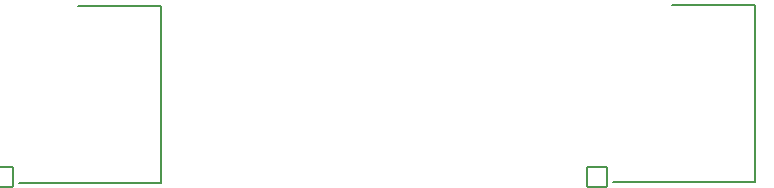
<source format=gbo>
G04 #@! TF.GenerationSoftware,KiCad,Pcbnew,8.0.3*
G04 #@! TF.CreationDate,2024-07-12T16:59:53+02:00*
G04 #@! TF.ProjectId,Sally2,53616c6c-7932-42e6-9b69-6361645f7063,rev?*
G04 #@! TF.SameCoordinates,Original*
G04 #@! TF.FileFunction,Legend,Bot*
G04 #@! TF.FilePolarity,Positive*
%FSLAX46Y46*%
G04 Gerber Fmt 4.6, Leading zero omitted, Abs format (unit mm)*
G04 Created by KiCad (PCBNEW 8.0.3) date 2024-07-12 16:59:53*
%MOMM*%
%LPD*%
G01*
G04 APERTURE LIST*
G04 Aperture macros list*
%AMRoundRect*
0 Rectangle with rounded corners*
0 $1 Rounding radius*
0 $2 $3 $4 $5 $6 $7 $8 $9 X,Y pos of 4 corners*
0 Add a 4 corners polygon primitive as box body*
4,1,4,$2,$3,$4,$5,$6,$7,$8,$9,$2,$3,0*
0 Add four circle primitives for the rounded corners*
1,1,$1+$1,$2,$3*
1,1,$1+$1,$4,$5*
1,1,$1+$1,$6,$7*
1,1,$1+$1,$8,$9*
0 Add four rect primitives between the rounded corners*
20,1,$1+$1,$2,$3,$4,$5,0*
20,1,$1+$1,$4,$5,$6,$7,0*
20,1,$1+$1,$6,$7,$8,$9,0*
20,1,$1+$1,$8,$9,$2,$3,0*%
G04 Aperture macros list end*
%ADD10C,0.127000*%
%ADD11R,1.700000X1.700000*%
%ADD12O,1.700000X1.700000*%
%ADD13R,1.800000X1.800000*%
%ADD14C,1.800000*%
%ADD15C,1.600000*%
%ADD16R,1.600000X1.600000*%
%ADD17C,4.000000*%
%ADD18C,4.300000*%
%ADD19O,1.600000X1.600000*%
%ADD20C,3.000000*%
%ADD21C,1.879600*%
%ADD22RoundRect,0.101600X-0.838200X-0.838200X0.838200X-0.838200X0.838200X0.838200X-0.838200X0.838200X0*%
%ADD23C,4.203200*%
%ADD24R,1.600000X2.400000*%
%ADD25O,1.600000X2.400000*%
%ADD26C,1.400000*%
%ADD27O,1.400000X1.400000*%
%ADD28RoundRect,0.250000X-0.600000X0.600000X-0.600000X-0.600000X0.600000X-0.600000X0.600000X0.600000X0*%
%ADD29C,1.700000*%
%ADD30R,3.500000X3.500000*%
%ADD31RoundRect,0.750000X-1.000000X0.750000X-1.000000X-0.750000X1.000000X-0.750000X1.000000X0.750000X0*%
%ADD32RoundRect,0.875000X-0.875000X0.875000X-0.875000X-0.875000X0.875000X-0.875000X0.875000X0.875000X0*%
%ADD33C,0.800000*%
G04 APERTURE END LIST*
D10*
X166686000Y-21040700D02*
X178686000Y-21040700D01*
X178686000Y-6040700D02*
X171686000Y-6040700D01*
X178686000Y-21040700D02*
X178686000Y-6040700D01*
X216978000Y-21002000D02*
X228978000Y-21002000D01*
X228978000Y-6002000D02*
X221978000Y-6002000D01*
X228978000Y-21002000D02*
X228978000Y-6002000D01*
%LPC*%
D11*
X137414000Y-146812000D03*
D12*
X139954000Y-146812000D03*
X142494000Y-146812000D03*
X145034000Y-146812000D03*
X147574000Y-146812000D03*
X150114000Y-146812000D03*
X152654000Y-146812000D03*
X155194000Y-146812000D03*
X157734000Y-146812000D03*
X160274000Y-146812000D03*
X162814000Y-146812000D03*
X165354000Y-146812000D03*
X167894000Y-146812000D03*
X170434000Y-146812000D03*
X172974000Y-146812000D03*
X175514000Y-146812000D03*
X178054000Y-146812000D03*
X180594000Y-146812000D03*
X183134000Y-146812000D03*
X185674000Y-146812000D03*
X188214000Y-146812000D03*
X190754000Y-146812000D03*
X193294000Y-146812000D03*
X195834000Y-146812000D03*
X198374000Y-146812000D03*
X200914000Y-146812000D03*
X203454000Y-146812000D03*
X205994000Y-146812000D03*
X208534000Y-146812000D03*
X211074000Y-146812000D03*
X213614000Y-146812000D03*
X216154000Y-146812000D03*
X218694000Y-146812000D03*
X221234000Y-146812000D03*
D11*
X20574000Y-146812000D03*
D12*
X23114000Y-146812000D03*
X25654000Y-146812000D03*
X28194000Y-146812000D03*
X30734000Y-146812000D03*
X33274000Y-146812000D03*
X35814000Y-146812000D03*
X38354000Y-146812000D03*
X40894000Y-146812000D03*
X43434000Y-146812000D03*
X45974000Y-146812000D03*
X48514000Y-146812000D03*
X51054000Y-146812000D03*
X53594000Y-146812000D03*
X56134000Y-146812000D03*
X58674000Y-146812000D03*
X61214000Y-146812000D03*
X63754000Y-146812000D03*
X66294000Y-146812000D03*
X68834000Y-146812000D03*
X71374000Y-146812000D03*
X73914000Y-146812000D03*
X76454000Y-146812000D03*
X78994000Y-146812000D03*
X81534000Y-146812000D03*
X84074000Y-146812000D03*
X86614000Y-146812000D03*
X89154000Y-146812000D03*
X91694000Y-146812000D03*
X94234000Y-146812000D03*
X96774000Y-146812000D03*
X99314000Y-146812000D03*
X101854000Y-146812000D03*
X104394000Y-146812000D03*
D11*
X137414000Y-141732000D03*
D12*
X137414000Y-144272000D03*
X139954000Y-141732000D03*
X139954000Y-144272000D03*
X142494000Y-141732000D03*
X142494000Y-144272000D03*
X145034000Y-141732000D03*
X145034000Y-144272000D03*
X147574000Y-141732000D03*
X147574000Y-144272000D03*
X150114000Y-141732000D03*
X150114000Y-144272000D03*
X152654000Y-141732000D03*
X152654000Y-144272000D03*
X155194000Y-141732000D03*
X155194000Y-144272000D03*
X157734000Y-141732000D03*
X157734000Y-144272000D03*
X160274000Y-141732000D03*
X160274000Y-144272000D03*
X162814000Y-141732000D03*
X162814000Y-144272000D03*
X165354000Y-141732000D03*
X165354000Y-144272000D03*
X167894000Y-141732000D03*
X167894000Y-144272000D03*
X170434000Y-141732000D03*
X170434000Y-144272000D03*
X172974000Y-141732000D03*
X172974000Y-144272000D03*
X175514000Y-141732000D03*
X175514000Y-144272000D03*
X178054000Y-141732000D03*
X178054000Y-144272000D03*
X180594000Y-141732000D03*
X180594000Y-144272000D03*
X183134000Y-141732000D03*
X183134000Y-144272000D03*
X185674000Y-141732000D03*
X185674000Y-144272000D03*
X188214000Y-141732000D03*
X188214000Y-144272000D03*
X190754000Y-141732000D03*
X190754000Y-144272000D03*
X193294000Y-141732000D03*
X193294000Y-144272000D03*
X195834000Y-141732000D03*
X195834000Y-144272000D03*
X198374000Y-141732000D03*
X198374000Y-144272000D03*
X200914000Y-141732000D03*
X200914000Y-144272000D03*
X203454000Y-141732000D03*
X203454000Y-144272000D03*
X205994000Y-141732000D03*
X205994000Y-144272000D03*
X208534000Y-141732000D03*
X208534000Y-144272000D03*
X211074000Y-141732000D03*
X211074000Y-144272000D03*
X213614000Y-141732000D03*
X213614000Y-144272000D03*
X216154000Y-141732000D03*
X216154000Y-144272000D03*
X218694000Y-141732000D03*
X218694000Y-144272000D03*
X221234000Y-141732000D03*
X221234000Y-144272000D03*
D11*
X20574000Y-141732000D03*
D12*
X20574000Y-144272000D03*
X23114000Y-141732000D03*
X23114000Y-144272000D03*
X25654000Y-141732000D03*
X25654000Y-144272000D03*
X28194000Y-141732000D03*
X28194000Y-144272000D03*
X30734000Y-141732000D03*
X30734000Y-144272000D03*
X33274000Y-141732000D03*
X33274000Y-144272000D03*
X35814000Y-141732000D03*
X35814000Y-144272000D03*
X38354000Y-141732000D03*
X38354000Y-144272000D03*
X40894000Y-141732000D03*
X40894000Y-144272000D03*
X43434000Y-141732000D03*
X43434000Y-144272000D03*
X45974000Y-141732000D03*
X45974000Y-144272000D03*
X48514000Y-141732000D03*
X48514000Y-144272000D03*
X51054000Y-141732000D03*
X51054000Y-144272000D03*
X53594000Y-141732000D03*
X53594000Y-144272000D03*
X56134000Y-141732000D03*
X56134000Y-144272000D03*
X58674000Y-141732000D03*
X58674000Y-144272000D03*
X61214000Y-141732000D03*
X61214000Y-144272000D03*
X63754000Y-141732000D03*
X63754000Y-144272000D03*
X66294000Y-141732000D03*
X66294000Y-144272000D03*
X68834000Y-141732000D03*
X68834000Y-144272000D03*
X71374000Y-141732000D03*
X71374000Y-144272000D03*
X73914000Y-141732000D03*
X73914000Y-144272000D03*
X76454000Y-141732000D03*
X76454000Y-144272000D03*
X78994000Y-141732000D03*
X78994000Y-144272000D03*
X81534000Y-141732000D03*
X81534000Y-144272000D03*
X84074000Y-141732000D03*
X84074000Y-144272000D03*
X86614000Y-141732000D03*
X86614000Y-144272000D03*
X89154000Y-141732000D03*
X89154000Y-144272000D03*
X91694000Y-141732000D03*
X91694000Y-144272000D03*
X94234000Y-141732000D03*
X94234000Y-144272000D03*
X96774000Y-141732000D03*
X96774000Y-144272000D03*
X99314000Y-141732000D03*
X99314000Y-144272000D03*
X101854000Y-141732000D03*
X101854000Y-144272000D03*
X104394000Y-141732000D03*
X104394000Y-144272000D03*
D11*
X226314000Y-106172000D03*
D12*
X226314000Y-108712000D03*
X226314000Y-111252000D03*
X226314000Y-113792000D03*
X226314000Y-116332000D03*
X226314000Y-118872000D03*
X226314000Y-121412000D03*
X226314000Y-123952000D03*
X226314000Y-126492000D03*
X226314000Y-129032000D03*
X226314000Y-131572000D03*
X226314000Y-134112000D03*
X226314000Y-136652000D03*
X226314000Y-139192000D03*
D11*
X223774000Y-106172000D03*
D12*
X221234000Y-106172000D03*
X223774000Y-108712000D03*
X221234000Y-108712000D03*
X223774000Y-111252000D03*
X221234000Y-111252000D03*
X223774000Y-113792000D03*
X221234000Y-113792000D03*
X223774000Y-116332000D03*
X221234000Y-116332000D03*
X223774000Y-118872000D03*
X221234000Y-118872000D03*
X223774000Y-121412000D03*
X221234000Y-121412000D03*
X223774000Y-123952000D03*
X221234000Y-123952000D03*
X223774000Y-126492000D03*
X221234000Y-126492000D03*
X223774000Y-129032000D03*
X221234000Y-129032000D03*
X223774000Y-131572000D03*
X221234000Y-131572000D03*
X223774000Y-134112000D03*
X221234000Y-134112000D03*
X223774000Y-136652000D03*
X221234000Y-136652000D03*
X223774000Y-139192000D03*
X221234000Y-139192000D03*
D11*
X218694000Y-106172000D03*
D12*
X216154000Y-106172000D03*
X218694000Y-108712000D03*
X216154000Y-108712000D03*
X218694000Y-111252000D03*
X216154000Y-111252000D03*
X218694000Y-113792000D03*
X216154000Y-113792000D03*
X218694000Y-116332000D03*
X216154000Y-116332000D03*
X218694000Y-118872000D03*
X216154000Y-118872000D03*
X218694000Y-121412000D03*
X216154000Y-121412000D03*
X218694000Y-123952000D03*
X216154000Y-123952000D03*
X218694000Y-126492000D03*
X216154000Y-126492000D03*
X218694000Y-129032000D03*
X216154000Y-129032000D03*
X218694000Y-131572000D03*
X216154000Y-131572000D03*
X218694000Y-134112000D03*
X216154000Y-134112000D03*
X218694000Y-136652000D03*
X216154000Y-136652000D03*
X218694000Y-139192000D03*
X216154000Y-139192000D03*
D11*
X175514000Y-80772000D03*
D12*
X175514000Y-83312000D03*
X178054000Y-80772000D03*
X178054000Y-83312000D03*
X180594000Y-80772000D03*
X180594000Y-83312000D03*
X183134000Y-80772000D03*
X183134000Y-83312000D03*
X185674000Y-80772000D03*
X185674000Y-83312000D03*
X188214000Y-80772000D03*
X188214000Y-83312000D03*
X190754000Y-80772000D03*
X190754000Y-83312000D03*
X193294000Y-80772000D03*
X193294000Y-83312000D03*
X195834000Y-80772000D03*
X195834000Y-83312000D03*
X198374000Y-80772000D03*
X198374000Y-83312000D03*
X200914000Y-80772000D03*
X200914000Y-83312000D03*
X203454000Y-80772000D03*
X203454000Y-83312000D03*
X205994000Y-80772000D03*
X205994000Y-83312000D03*
X208534000Y-80772000D03*
X208534000Y-83312000D03*
X211074000Y-80772000D03*
X211074000Y-83312000D03*
X213614000Y-80772000D03*
X213614000Y-83312000D03*
X216154000Y-80772000D03*
X216154000Y-83312000D03*
X218694000Y-80772000D03*
X218694000Y-83312000D03*
X221234000Y-80772000D03*
X221234000Y-83312000D03*
X223774000Y-80772000D03*
X223774000Y-83312000D03*
X226314000Y-80772000D03*
X226314000Y-83312000D03*
D11*
X170434000Y-85852000D03*
D12*
X170434000Y-88392000D03*
X172974000Y-85852000D03*
X172974000Y-88392000D03*
X175514000Y-85852000D03*
X175514000Y-88392000D03*
X178054000Y-85852000D03*
X178054000Y-88392000D03*
X180594000Y-85852000D03*
X180594000Y-88392000D03*
X183134000Y-85852000D03*
X183134000Y-88392000D03*
X185674000Y-85852000D03*
X185674000Y-88392000D03*
X188214000Y-85852000D03*
X188214000Y-88392000D03*
X190754000Y-85852000D03*
X190754000Y-88392000D03*
X193294000Y-85852000D03*
X193294000Y-88392000D03*
X195834000Y-85852000D03*
X195834000Y-88392000D03*
X198374000Y-85852000D03*
X198374000Y-88392000D03*
X200914000Y-85852000D03*
X200914000Y-88392000D03*
X203454000Y-85852000D03*
X203454000Y-88392000D03*
X205994000Y-85852000D03*
X205994000Y-88392000D03*
X208534000Y-85852000D03*
X208534000Y-88392000D03*
X211074000Y-85852000D03*
X211074000Y-88392000D03*
X213614000Y-85852000D03*
X213614000Y-88392000D03*
X216154000Y-85852000D03*
X216154000Y-88392000D03*
X218694000Y-85852000D03*
X218694000Y-88392000D03*
X221234000Y-85852000D03*
X221234000Y-88392000D03*
X223774000Y-85852000D03*
X223774000Y-88392000D03*
X226314000Y-85852000D03*
X226314000Y-88392000D03*
D11*
X165354000Y-90932000D03*
D12*
X165354000Y-93472000D03*
X167894000Y-90932000D03*
X167894000Y-93472000D03*
X170434000Y-90932000D03*
X170434000Y-93472000D03*
X172974000Y-90932000D03*
X172974000Y-93472000D03*
X175514000Y-90932000D03*
X175514000Y-93472000D03*
X178054000Y-90932000D03*
X178054000Y-93472000D03*
X180594000Y-90932000D03*
X180594000Y-93472000D03*
X183134000Y-90932000D03*
X183134000Y-93472000D03*
X185674000Y-90932000D03*
X185674000Y-93472000D03*
X188214000Y-90932000D03*
X188214000Y-93472000D03*
X190754000Y-90932000D03*
X190754000Y-93472000D03*
X193294000Y-90932000D03*
X193294000Y-93472000D03*
X195834000Y-90932000D03*
X195834000Y-93472000D03*
X198374000Y-90932000D03*
X198374000Y-93472000D03*
X200914000Y-90932000D03*
X200914000Y-93472000D03*
X203454000Y-90932000D03*
X203454000Y-93472000D03*
X205994000Y-90932000D03*
X205994000Y-93472000D03*
X208534000Y-90932000D03*
X208534000Y-93472000D03*
X211074000Y-90932000D03*
X211074000Y-93472000D03*
X213614000Y-90932000D03*
X213614000Y-93472000D03*
X216154000Y-90932000D03*
X216154000Y-93472000D03*
X218694000Y-90932000D03*
X218694000Y-93472000D03*
X221234000Y-90932000D03*
X221234000Y-93472000D03*
X223774000Y-90932000D03*
X223774000Y-93472000D03*
X226314000Y-90932000D03*
X226314000Y-93472000D03*
D11*
X160274000Y-96012000D03*
D12*
X160274000Y-98552000D03*
X162814000Y-96012000D03*
X162814000Y-98552000D03*
X165354000Y-96012000D03*
X165354000Y-98552000D03*
X167894000Y-96012000D03*
X167894000Y-98552000D03*
X170434000Y-96012000D03*
X170434000Y-98552000D03*
X172974000Y-96012000D03*
X172974000Y-98552000D03*
X175514000Y-96012000D03*
X175514000Y-98552000D03*
X178054000Y-96012000D03*
X178054000Y-98552000D03*
X180594000Y-96012000D03*
X180594000Y-98552000D03*
X183134000Y-96012000D03*
X183134000Y-98552000D03*
X185674000Y-96012000D03*
X185674000Y-98552000D03*
X188214000Y-96012000D03*
X188214000Y-98552000D03*
X190754000Y-96012000D03*
X190754000Y-98552000D03*
X193294000Y-96012000D03*
X193294000Y-98552000D03*
X195834000Y-96012000D03*
X195834000Y-98552000D03*
X198374000Y-96012000D03*
X198374000Y-98552000D03*
X200914000Y-96012000D03*
X200914000Y-98552000D03*
X203454000Y-96012000D03*
X203454000Y-98552000D03*
X205994000Y-96012000D03*
X205994000Y-98552000D03*
X208534000Y-96012000D03*
X208534000Y-98552000D03*
X211074000Y-96012000D03*
X211074000Y-98552000D03*
X213614000Y-96012000D03*
X213614000Y-98552000D03*
X216154000Y-96012000D03*
X216154000Y-98552000D03*
X218694000Y-96012000D03*
X218694000Y-98552000D03*
X221234000Y-96012000D03*
X221234000Y-98552000D03*
X223774000Y-96012000D03*
X223774000Y-98552000D03*
X226314000Y-96012000D03*
X226314000Y-98552000D03*
D11*
X155194000Y-101092000D03*
D12*
X155194000Y-103632000D03*
X157734000Y-101092000D03*
X157734000Y-103632000D03*
X160274000Y-101092000D03*
X160274000Y-103632000D03*
X162814000Y-101092000D03*
X162814000Y-103632000D03*
X165354000Y-101092000D03*
X165354000Y-103632000D03*
X167894000Y-101092000D03*
X167894000Y-103632000D03*
X170434000Y-101092000D03*
X170434000Y-103632000D03*
X172974000Y-101092000D03*
X172974000Y-103632000D03*
X175514000Y-101092000D03*
X175514000Y-103632000D03*
X178054000Y-101092000D03*
X178054000Y-103632000D03*
X180594000Y-101092000D03*
X180594000Y-103632000D03*
X183134000Y-101092000D03*
X183134000Y-103632000D03*
X185674000Y-101092000D03*
X185674000Y-103632000D03*
X188214000Y-101092000D03*
X188214000Y-103632000D03*
X190754000Y-101092000D03*
X190754000Y-103632000D03*
X193294000Y-101092000D03*
X193294000Y-103632000D03*
X195834000Y-101092000D03*
X195834000Y-103632000D03*
X198374000Y-101092000D03*
X198374000Y-103632000D03*
X200914000Y-101092000D03*
X200914000Y-103632000D03*
X203454000Y-101092000D03*
X203454000Y-103632000D03*
X205994000Y-101092000D03*
X205994000Y-103632000D03*
X208534000Y-101092000D03*
X208534000Y-103632000D03*
X211074000Y-101092000D03*
X211074000Y-103632000D03*
X213614000Y-101092000D03*
X213614000Y-103632000D03*
X216154000Y-101092000D03*
X216154000Y-103632000D03*
X218694000Y-101092000D03*
X218694000Y-103632000D03*
X221234000Y-101092000D03*
X221234000Y-103632000D03*
X223774000Y-101092000D03*
X223774000Y-103632000D03*
X226314000Y-101092000D03*
X226314000Y-103632000D03*
X213614000Y-113792000D03*
X213614000Y-111252000D03*
X211074000Y-113792000D03*
X211074000Y-111252000D03*
X208534000Y-113792000D03*
X208534000Y-111252000D03*
X205994000Y-113792000D03*
X205994000Y-111252000D03*
X203454000Y-113792000D03*
X203454000Y-111252000D03*
X200914000Y-113792000D03*
X200914000Y-111252000D03*
X198374000Y-113792000D03*
X198374000Y-111252000D03*
X195834000Y-113792000D03*
X195834000Y-111252000D03*
X193294000Y-113792000D03*
X193294000Y-111252000D03*
X190754000Y-113792000D03*
X190754000Y-111252000D03*
X188214000Y-113792000D03*
X188214000Y-111252000D03*
X185674000Y-113792000D03*
X185674000Y-111252000D03*
X183134000Y-113792000D03*
X183134000Y-111252000D03*
X180594000Y-113792000D03*
X180594000Y-111252000D03*
X178054000Y-113792000D03*
X178054000Y-111252000D03*
X175514000Y-113792000D03*
X175514000Y-111252000D03*
X172974000Y-113792000D03*
X172974000Y-111252000D03*
X170434000Y-113792000D03*
X170434000Y-111252000D03*
X167894000Y-113792000D03*
X167894000Y-111252000D03*
X165354000Y-113792000D03*
X165354000Y-111252000D03*
X162814000Y-113792000D03*
X162814000Y-111252000D03*
X160274000Y-113792000D03*
X160274000Y-111252000D03*
X157734000Y-113792000D03*
X157734000Y-111252000D03*
X155194000Y-113792000D03*
X155194000Y-111252000D03*
X152654000Y-113792000D03*
X152654000Y-111252000D03*
X150114000Y-113792000D03*
X150114000Y-111252000D03*
X147574000Y-113792000D03*
X147574000Y-111252000D03*
X145034000Y-113792000D03*
X145034000Y-111252000D03*
X142494000Y-113792000D03*
X142494000Y-111252000D03*
X139954000Y-113792000D03*
X139954000Y-111252000D03*
X137414000Y-113792000D03*
X137414000Y-111252000D03*
X134874000Y-113792000D03*
X134874000Y-111252000D03*
X132334000Y-113792000D03*
X132334000Y-111252000D03*
X129794000Y-113792000D03*
X129794000Y-111252000D03*
X127254000Y-113792000D03*
X127254000Y-111252000D03*
X124714000Y-113792000D03*
X124714000Y-111252000D03*
X122174000Y-113792000D03*
X122174000Y-111252000D03*
X119634000Y-113792000D03*
X119634000Y-111252000D03*
X117094000Y-113792000D03*
X117094000Y-111252000D03*
X114554000Y-113792000D03*
D11*
X114554000Y-111252000D03*
D12*
X112014000Y-108712000D03*
X112014000Y-106172000D03*
X109474000Y-108712000D03*
X109474000Y-106172000D03*
X106934000Y-108712000D03*
X106934000Y-106172000D03*
X104394000Y-108712000D03*
X104394000Y-106172000D03*
X101854000Y-108712000D03*
X101854000Y-106172000D03*
X99314000Y-108712000D03*
X99314000Y-106172000D03*
X96774000Y-108712000D03*
X96774000Y-106172000D03*
X94234000Y-108712000D03*
X94234000Y-106172000D03*
X91694000Y-108712000D03*
X91694000Y-106172000D03*
X89154000Y-108712000D03*
X89154000Y-106172000D03*
X86614000Y-108712000D03*
X86614000Y-106172000D03*
X84074000Y-108712000D03*
X84074000Y-106172000D03*
X81534000Y-108712000D03*
X81534000Y-106172000D03*
X78994000Y-108712000D03*
X78994000Y-106172000D03*
X76454000Y-108712000D03*
X76454000Y-106172000D03*
X73914000Y-108712000D03*
X73914000Y-106172000D03*
X71374000Y-108712000D03*
X71374000Y-106172000D03*
X68834000Y-108712000D03*
X68834000Y-106172000D03*
X66294000Y-108712000D03*
X66294000Y-106172000D03*
X63754000Y-108712000D03*
X63754000Y-106172000D03*
X61214000Y-108712000D03*
X61214000Y-106172000D03*
X58674000Y-108712000D03*
X58674000Y-106172000D03*
X56134000Y-108712000D03*
X56134000Y-106172000D03*
X53594000Y-108712000D03*
X53594000Y-106172000D03*
X51054000Y-108712000D03*
X51054000Y-106172000D03*
X48514000Y-108712000D03*
X48514000Y-106172000D03*
X45974000Y-108712000D03*
X45974000Y-106172000D03*
X43434000Y-108712000D03*
X43434000Y-106172000D03*
X40894000Y-108712000D03*
X40894000Y-106172000D03*
X38354000Y-108712000D03*
X38354000Y-106172000D03*
X35814000Y-108712000D03*
X35814000Y-106172000D03*
X33274000Y-108712000D03*
X33274000Y-106172000D03*
X30734000Y-108712000D03*
X30734000Y-106172000D03*
X28194000Y-108712000D03*
X28194000Y-106172000D03*
X25654000Y-108712000D03*
X25654000Y-106172000D03*
X23114000Y-108712000D03*
X23114000Y-106172000D03*
X20574000Y-108712000D03*
X20574000Y-106172000D03*
X18034000Y-108712000D03*
X18034000Y-106172000D03*
X15494000Y-108712000D03*
X15494000Y-106172000D03*
X12954000Y-108712000D03*
D11*
X12954000Y-106172000D03*
D12*
X112014000Y-113792000D03*
X112014000Y-111252000D03*
X109474000Y-113792000D03*
X109474000Y-111252000D03*
X106934000Y-113792000D03*
X106934000Y-111252000D03*
X104394000Y-113792000D03*
X104394000Y-111252000D03*
X101854000Y-113792000D03*
X101854000Y-111252000D03*
X99314000Y-113792000D03*
X99314000Y-111252000D03*
X96774000Y-113792000D03*
X96774000Y-111252000D03*
X94234000Y-113792000D03*
X94234000Y-111252000D03*
X91694000Y-113792000D03*
X91694000Y-111252000D03*
X89154000Y-113792000D03*
X89154000Y-111252000D03*
X86614000Y-113792000D03*
X86614000Y-111252000D03*
X84074000Y-113792000D03*
X84074000Y-111252000D03*
X81534000Y-113792000D03*
X81534000Y-111252000D03*
X78994000Y-113792000D03*
X78994000Y-111252000D03*
X76454000Y-113792000D03*
X76454000Y-111252000D03*
X73914000Y-113792000D03*
X73914000Y-111252000D03*
X71374000Y-113792000D03*
X71374000Y-111252000D03*
X68834000Y-113792000D03*
X68834000Y-111252000D03*
X66294000Y-113792000D03*
X66294000Y-111252000D03*
X63754000Y-113792000D03*
X63754000Y-111252000D03*
X61214000Y-113792000D03*
X61214000Y-111252000D03*
X58674000Y-113792000D03*
X58674000Y-111252000D03*
X56134000Y-113792000D03*
X56134000Y-111252000D03*
X53594000Y-113792000D03*
X53594000Y-111252000D03*
X51054000Y-113792000D03*
X51054000Y-111252000D03*
X48514000Y-113792000D03*
X48514000Y-111252000D03*
X45974000Y-113792000D03*
X45974000Y-111252000D03*
X43434000Y-113792000D03*
X43434000Y-111252000D03*
X40894000Y-113792000D03*
X40894000Y-111252000D03*
X38354000Y-113792000D03*
X38354000Y-111252000D03*
X35814000Y-113792000D03*
X35814000Y-111252000D03*
X33274000Y-113792000D03*
X33274000Y-111252000D03*
X30734000Y-113792000D03*
X30734000Y-111252000D03*
X28194000Y-113792000D03*
X28194000Y-111252000D03*
X25654000Y-113792000D03*
X25654000Y-111252000D03*
X23114000Y-113792000D03*
X23114000Y-111252000D03*
X20574000Y-113792000D03*
X20574000Y-111252000D03*
X18034000Y-113792000D03*
X18034000Y-111252000D03*
X15494000Y-113792000D03*
X15494000Y-111252000D03*
X12954000Y-113792000D03*
D11*
X12954000Y-111252000D03*
X12954000Y-116332000D03*
D12*
X12954000Y-118872000D03*
X15494000Y-116332000D03*
X15494000Y-118872000D03*
X18034000Y-116332000D03*
X18034000Y-118872000D03*
X20574000Y-116332000D03*
X20574000Y-118872000D03*
X23114000Y-116332000D03*
X23114000Y-118872000D03*
X25654000Y-116332000D03*
X25654000Y-118872000D03*
X28194000Y-116332000D03*
X28194000Y-118872000D03*
X30734000Y-116332000D03*
X30734000Y-118872000D03*
X33274000Y-116332000D03*
X33274000Y-118872000D03*
X35814000Y-116332000D03*
X35814000Y-118872000D03*
X38354000Y-116332000D03*
X38354000Y-118872000D03*
X40894000Y-116332000D03*
X40894000Y-118872000D03*
X43434000Y-116332000D03*
X43434000Y-118872000D03*
X45974000Y-116332000D03*
X45974000Y-118872000D03*
X48514000Y-116332000D03*
X48514000Y-118872000D03*
X51054000Y-116332000D03*
X51054000Y-118872000D03*
X53594000Y-116332000D03*
X53594000Y-118872000D03*
X56134000Y-116332000D03*
X56134000Y-118872000D03*
X58674000Y-116332000D03*
X58674000Y-118872000D03*
X61214000Y-116332000D03*
X61214000Y-118872000D03*
X63754000Y-116332000D03*
X63754000Y-118872000D03*
X66294000Y-116332000D03*
X66294000Y-118872000D03*
X68834000Y-116332000D03*
X68834000Y-118872000D03*
X71374000Y-116332000D03*
X71374000Y-118872000D03*
X73914000Y-116332000D03*
X73914000Y-118872000D03*
X76454000Y-116332000D03*
X76454000Y-118872000D03*
X78994000Y-116332000D03*
X78994000Y-118872000D03*
X81534000Y-116332000D03*
X81534000Y-118872000D03*
X84074000Y-116332000D03*
X84074000Y-118872000D03*
X86614000Y-116332000D03*
X86614000Y-118872000D03*
X89154000Y-116332000D03*
X89154000Y-118872000D03*
X91694000Y-116332000D03*
X91694000Y-118872000D03*
X94234000Y-116332000D03*
X94234000Y-118872000D03*
X96774000Y-116332000D03*
X96774000Y-118872000D03*
X99314000Y-116332000D03*
X99314000Y-118872000D03*
X101854000Y-116332000D03*
X101854000Y-118872000D03*
X104394000Y-116332000D03*
X104394000Y-118872000D03*
X106934000Y-116332000D03*
X106934000Y-118872000D03*
X109474000Y-116332000D03*
X109474000Y-118872000D03*
X112014000Y-116332000D03*
X112014000Y-118872000D03*
X213614000Y-108712000D03*
X213614000Y-106172000D03*
X211074000Y-108712000D03*
X211074000Y-106172000D03*
X208534000Y-108712000D03*
X208534000Y-106172000D03*
X205994000Y-108712000D03*
X205994000Y-106172000D03*
X203454000Y-108712000D03*
X203454000Y-106172000D03*
X200914000Y-108712000D03*
X200914000Y-106172000D03*
X198374000Y-108712000D03*
X198374000Y-106172000D03*
X195834000Y-108712000D03*
X195834000Y-106172000D03*
X193294000Y-108712000D03*
X193294000Y-106172000D03*
X190754000Y-108712000D03*
X190754000Y-106172000D03*
X188214000Y-108712000D03*
X188214000Y-106172000D03*
X185674000Y-108712000D03*
X185674000Y-106172000D03*
X183134000Y-108712000D03*
X183134000Y-106172000D03*
X180594000Y-108712000D03*
X180594000Y-106172000D03*
X178054000Y-108712000D03*
X178054000Y-106172000D03*
X175514000Y-108712000D03*
X175514000Y-106172000D03*
X172974000Y-108712000D03*
X172974000Y-106172000D03*
X170434000Y-108712000D03*
X170434000Y-106172000D03*
X167894000Y-108712000D03*
X167894000Y-106172000D03*
X165354000Y-108712000D03*
X165354000Y-106172000D03*
X162814000Y-108712000D03*
X162814000Y-106172000D03*
X160274000Y-108712000D03*
X160274000Y-106172000D03*
X157734000Y-108712000D03*
X157734000Y-106172000D03*
X155194000Y-108712000D03*
X155194000Y-106172000D03*
X152654000Y-108712000D03*
X152654000Y-106172000D03*
X150114000Y-108712000D03*
X150114000Y-106172000D03*
X147574000Y-108712000D03*
X147574000Y-106172000D03*
X145034000Y-108712000D03*
X145034000Y-106172000D03*
X142494000Y-108712000D03*
X142494000Y-106172000D03*
X139954000Y-108712000D03*
X139954000Y-106172000D03*
X137414000Y-108712000D03*
X137414000Y-106172000D03*
X134874000Y-108712000D03*
X134874000Y-106172000D03*
X132334000Y-108712000D03*
X132334000Y-106172000D03*
X129794000Y-108712000D03*
X129794000Y-106172000D03*
X127254000Y-108712000D03*
X127254000Y-106172000D03*
X124714000Y-108712000D03*
X124714000Y-106172000D03*
X122174000Y-108712000D03*
X122174000Y-106172000D03*
X119634000Y-108712000D03*
X119634000Y-106172000D03*
X117094000Y-108712000D03*
X117094000Y-106172000D03*
X114554000Y-108712000D03*
D11*
X114554000Y-106172000D03*
X114554000Y-116332000D03*
D12*
X114554000Y-118872000D03*
X117094000Y-116332000D03*
X117094000Y-118872000D03*
X119634000Y-116332000D03*
X119634000Y-118872000D03*
X122174000Y-116332000D03*
X122174000Y-118872000D03*
X124714000Y-116332000D03*
X124714000Y-118872000D03*
X127254000Y-116332000D03*
X127254000Y-118872000D03*
X129794000Y-116332000D03*
X129794000Y-118872000D03*
X132334000Y-116332000D03*
X132334000Y-118872000D03*
X134874000Y-116332000D03*
X134874000Y-118872000D03*
X137414000Y-116332000D03*
X137414000Y-118872000D03*
X139954000Y-116332000D03*
X139954000Y-118872000D03*
X142494000Y-116332000D03*
X142494000Y-118872000D03*
X145034000Y-116332000D03*
X145034000Y-118872000D03*
X147574000Y-116332000D03*
X147574000Y-118872000D03*
X150114000Y-116332000D03*
X150114000Y-118872000D03*
X152654000Y-116332000D03*
X152654000Y-118872000D03*
X155194000Y-116332000D03*
X155194000Y-118872000D03*
X157734000Y-116332000D03*
X157734000Y-118872000D03*
X160274000Y-116332000D03*
X160274000Y-118872000D03*
X162814000Y-116332000D03*
X162814000Y-118872000D03*
X165354000Y-116332000D03*
X165354000Y-118872000D03*
X167894000Y-116332000D03*
X167894000Y-118872000D03*
X170434000Y-116332000D03*
X170434000Y-118872000D03*
X172974000Y-116332000D03*
X172974000Y-118872000D03*
X175514000Y-116332000D03*
X175514000Y-118872000D03*
X178054000Y-116332000D03*
X178054000Y-118872000D03*
X180594000Y-116332000D03*
X180594000Y-118872000D03*
X183134000Y-116332000D03*
X183134000Y-118872000D03*
X185674000Y-116332000D03*
X185674000Y-118872000D03*
X188214000Y-116332000D03*
X188214000Y-118872000D03*
X190754000Y-116332000D03*
X190754000Y-118872000D03*
X193294000Y-116332000D03*
X193294000Y-118872000D03*
X195834000Y-116332000D03*
X195834000Y-118872000D03*
X198374000Y-116332000D03*
X198374000Y-118872000D03*
X200914000Y-116332000D03*
X200914000Y-118872000D03*
X203454000Y-116332000D03*
X203454000Y-118872000D03*
X205994000Y-116332000D03*
X205994000Y-118872000D03*
X208534000Y-116332000D03*
X208534000Y-118872000D03*
X211074000Y-116332000D03*
X211074000Y-118872000D03*
X213614000Y-116332000D03*
X213614000Y-118872000D03*
X112014000Y-123952000D03*
X112014000Y-121412000D03*
X109474000Y-123952000D03*
X109474000Y-121412000D03*
X106934000Y-123952000D03*
X106934000Y-121412000D03*
X104394000Y-123952000D03*
X104394000Y-121412000D03*
X101854000Y-123952000D03*
X101854000Y-121412000D03*
X99314000Y-123952000D03*
X99314000Y-121412000D03*
X96774000Y-123952000D03*
X96774000Y-121412000D03*
X94234000Y-123952000D03*
X94234000Y-121412000D03*
X91694000Y-123952000D03*
X91694000Y-121412000D03*
X89154000Y-123952000D03*
X89154000Y-121412000D03*
X86614000Y-123952000D03*
X86614000Y-121412000D03*
X84074000Y-123952000D03*
X84074000Y-121412000D03*
X81534000Y-123952000D03*
X81534000Y-121412000D03*
X78994000Y-123952000D03*
X78994000Y-121412000D03*
X76454000Y-123952000D03*
X76454000Y-121412000D03*
X73914000Y-123952000D03*
X73914000Y-121412000D03*
X71374000Y-123952000D03*
X71374000Y-121412000D03*
X68834000Y-123952000D03*
X68834000Y-121412000D03*
X66294000Y-123952000D03*
X66294000Y-121412000D03*
X63754000Y-123952000D03*
X63754000Y-121412000D03*
X61214000Y-123952000D03*
X61214000Y-121412000D03*
X58674000Y-123952000D03*
X58674000Y-121412000D03*
X56134000Y-123952000D03*
X56134000Y-121412000D03*
X53594000Y-123952000D03*
X53594000Y-121412000D03*
X51054000Y-123952000D03*
X51054000Y-121412000D03*
X48514000Y-123952000D03*
X48514000Y-121412000D03*
X45974000Y-123952000D03*
X45974000Y-121412000D03*
X43434000Y-123952000D03*
X43434000Y-121412000D03*
X40894000Y-123952000D03*
X40894000Y-121412000D03*
X38354000Y-123952000D03*
X38354000Y-121412000D03*
X35814000Y-123952000D03*
X35814000Y-121412000D03*
X33274000Y-123952000D03*
X33274000Y-121412000D03*
X30734000Y-123952000D03*
X30734000Y-121412000D03*
X28194000Y-123952000D03*
X28194000Y-121412000D03*
X25654000Y-123952000D03*
X25654000Y-121412000D03*
X23114000Y-123952000D03*
X23114000Y-121412000D03*
X20574000Y-123952000D03*
X20574000Y-121412000D03*
X18034000Y-123952000D03*
X18034000Y-121412000D03*
X15494000Y-123952000D03*
X15494000Y-121412000D03*
X12954000Y-123952000D03*
D11*
X12954000Y-121412000D03*
D12*
X213614000Y-129032000D03*
X213614000Y-126492000D03*
X211074000Y-129032000D03*
X211074000Y-126492000D03*
X208534000Y-129032000D03*
X208534000Y-126492000D03*
X205994000Y-129032000D03*
X205994000Y-126492000D03*
X203454000Y-129032000D03*
X203454000Y-126492000D03*
X200914000Y-129032000D03*
X200914000Y-126492000D03*
X198374000Y-129032000D03*
X198374000Y-126492000D03*
X195834000Y-129032000D03*
X195834000Y-126492000D03*
X193294000Y-129032000D03*
X193294000Y-126492000D03*
X190754000Y-129032000D03*
X190754000Y-126492000D03*
X188214000Y-129032000D03*
X188214000Y-126492000D03*
X185674000Y-129032000D03*
X185674000Y-126492000D03*
X183134000Y-129032000D03*
X183134000Y-126492000D03*
X180594000Y-129032000D03*
X180594000Y-126492000D03*
X178054000Y-129032000D03*
X178054000Y-126492000D03*
X175514000Y-129032000D03*
X175514000Y-126492000D03*
X172974000Y-129032000D03*
X172974000Y-126492000D03*
X170434000Y-129032000D03*
X170434000Y-126492000D03*
X167894000Y-129032000D03*
X167894000Y-126492000D03*
X165354000Y-129032000D03*
X165354000Y-126492000D03*
X162814000Y-129032000D03*
X162814000Y-126492000D03*
X160274000Y-129032000D03*
X160274000Y-126492000D03*
X157734000Y-129032000D03*
X157734000Y-126492000D03*
X155194000Y-129032000D03*
X155194000Y-126492000D03*
X152654000Y-129032000D03*
X152654000Y-126492000D03*
X150114000Y-129032000D03*
X150114000Y-126492000D03*
X147574000Y-129032000D03*
X147574000Y-126492000D03*
X145034000Y-129032000D03*
X145034000Y-126492000D03*
X142494000Y-129032000D03*
X142494000Y-126492000D03*
X139954000Y-129032000D03*
X139954000Y-126492000D03*
X137414000Y-129032000D03*
X137414000Y-126492000D03*
X134874000Y-129032000D03*
X134874000Y-126492000D03*
X132334000Y-129032000D03*
X132334000Y-126492000D03*
X129794000Y-129032000D03*
X129794000Y-126492000D03*
X127254000Y-129032000D03*
X127254000Y-126492000D03*
X124714000Y-129032000D03*
X124714000Y-126492000D03*
X122174000Y-129032000D03*
X122174000Y-126492000D03*
X119634000Y-129032000D03*
X119634000Y-126492000D03*
X117094000Y-129032000D03*
X117094000Y-126492000D03*
X114554000Y-129032000D03*
D11*
X114554000Y-126492000D03*
D12*
X213614000Y-123952000D03*
X213614000Y-121412000D03*
X211074000Y-123952000D03*
X211074000Y-121412000D03*
X208534000Y-123952000D03*
X208534000Y-121412000D03*
X205994000Y-123952000D03*
X205994000Y-121412000D03*
X203454000Y-123952000D03*
X203454000Y-121412000D03*
X200914000Y-123952000D03*
X200914000Y-121412000D03*
X198374000Y-123952000D03*
X198374000Y-121412000D03*
X195834000Y-123952000D03*
X195834000Y-121412000D03*
X193294000Y-123952000D03*
X193294000Y-121412000D03*
X190754000Y-123952000D03*
X190754000Y-121412000D03*
X188214000Y-123952000D03*
X188214000Y-121412000D03*
X185674000Y-123952000D03*
X185674000Y-121412000D03*
X183134000Y-123952000D03*
X183134000Y-121412000D03*
X180594000Y-123952000D03*
X180594000Y-121412000D03*
X178054000Y-123952000D03*
X178054000Y-121412000D03*
X175514000Y-123952000D03*
X175514000Y-121412000D03*
X172974000Y-123952000D03*
X172974000Y-121412000D03*
X170434000Y-123952000D03*
X170434000Y-121412000D03*
X167894000Y-123952000D03*
X167894000Y-121412000D03*
X165354000Y-123952000D03*
X165354000Y-121412000D03*
X162814000Y-123952000D03*
X162814000Y-121412000D03*
X160274000Y-123952000D03*
X160274000Y-121412000D03*
X157734000Y-123952000D03*
X157734000Y-121412000D03*
X155194000Y-123952000D03*
X155194000Y-121412000D03*
X152654000Y-123952000D03*
X152654000Y-121412000D03*
X150114000Y-123952000D03*
X150114000Y-121412000D03*
X147574000Y-123952000D03*
X147574000Y-121412000D03*
X145034000Y-123952000D03*
X145034000Y-121412000D03*
X142494000Y-123952000D03*
X142494000Y-121412000D03*
X139954000Y-123952000D03*
X139954000Y-121412000D03*
X137414000Y-123952000D03*
X137414000Y-121412000D03*
X134874000Y-123952000D03*
X134874000Y-121412000D03*
X132334000Y-123952000D03*
X132334000Y-121412000D03*
X129794000Y-123952000D03*
X129794000Y-121412000D03*
X127254000Y-123952000D03*
X127254000Y-121412000D03*
X124714000Y-123952000D03*
X124714000Y-121412000D03*
X122174000Y-123952000D03*
X122174000Y-121412000D03*
X119634000Y-123952000D03*
X119634000Y-121412000D03*
X117094000Y-123952000D03*
X117094000Y-121412000D03*
X114554000Y-123952000D03*
D11*
X114554000Y-121412000D03*
D12*
X112014000Y-129032000D03*
X112014000Y-126492000D03*
X109474000Y-129032000D03*
X109474000Y-126492000D03*
X106934000Y-129032000D03*
X106934000Y-126492000D03*
X104394000Y-129032000D03*
X104394000Y-126492000D03*
X101854000Y-129032000D03*
X101854000Y-126492000D03*
X99314000Y-129032000D03*
X99314000Y-126492000D03*
X96774000Y-129032000D03*
X96774000Y-126492000D03*
X94234000Y-129032000D03*
X94234000Y-126492000D03*
X91694000Y-129032000D03*
X91694000Y-126492000D03*
X89154000Y-129032000D03*
X89154000Y-126492000D03*
X86614000Y-129032000D03*
X86614000Y-126492000D03*
X84074000Y-129032000D03*
X84074000Y-126492000D03*
X81534000Y-129032000D03*
X81534000Y-126492000D03*
X78994000Y-129032000D03*
X78994000Y-126492000D03*
X76454000Y-129032000D03*
X76454000Y-126492000D03*
X73914000Y-129032000D03*
X73914000Y-126492000D03*
X71374000Y-129032000D03*
X71374000Y-126492000D03*
X68834000Y-129032000D03*
X68834000Y-126492000D03*
X66294000Y-129032000D03*
X66294000Y-126492000D03*
X63754000Y-129032000D03*
X63754000Y-126492000D03*
X61214000Y-129032000D03*
X61214000Y-126492000D03*
X58674000Y-129032000D03*
X58674000Y-126492000D03*
X56134000Y-129032000D03*
X56134000Y-126492000D03*
X53594000Y-129032000D03*
X53594000Y-126492000D03*
X51054000Y-129032000D03*
X51054000Y-126492000D03*
X48514000Y-129032000D03*
X48514000Y-126492000D03*
X45974000Y-129032000D03*
X45974000Y-126492000D03*
X43434000Y-129032000D03*
X43434000Y-126492000D03*
X40894000Y-129032000D03*
X40894000Y-126492000D03*
X38354000Y-129032000D03*
X38354000Y-126492000D03*
X35814000Y-129032000D03*
X35814000Y-126492000D03*
X33274000Y-129032000D03*
X33274000Y-126492000D03*
X30734000Y-129032000D03*
X30734000Y-126492000D03*
X28194000Y-129032000D03*
X28194000Y-126492000D03*
X25654000Y-129032000D03*
X25654000Y-126492000D03*
X23114000Y-129032000D03*
X23114000Y-126492000D03*
X20574000Y-129032000D03*
X20574000Y-126492000D03*
X18034000Y-129032000D03*
X18034000Y-126492000D03*
X15494000Y-129032000D03*
X15494000Y-126492000D03*
X12954000Y-129032000D03*
D11*
X12954000Y-126492000D03*
X114554000Y-131572000D03*
D12*
X114554000Y-134112000D03*
X117094000Y-131572000D03*
X117094000Y-134112000D03*
X119634000Y-131572000D03*
X119634000Y-134112000D03*
X122174000Y-131572000D03*
X122174000Y-134112000D03*
X124714000Y-131572000D03*
X124714000Y-134112000D03*
X127254000Y-131572000D03*
X127254000Y-134112000D03*
X129794000Y-131572000D03*
X129794000Y-134112000D03*
X132334000Y-131572000D03*
X132334000Y-134112000D03*
X134874000Y-131572000D03*
X134874000Y-134112000D03*
X137414000Y-131572000D03*
X137414000Y-134112000D03*
X139954000Y-131572000D03*
X139954000Y-134112000D03*
X142494000Y-131572000D03*
X142494000Y-134112000D03*
X145034000Y-131572000D03*
X145034000Y-134112000D03*
X147574000Y-131572000D03*
X147574000Y-134112000D03*
X150114000Y-131572000D03*
X150114000Y-134112000D03*
X152654000Y-131572000D03*
X152654000Y-134112000D03*
X155194000Y-131572000D03*
X155194000Y-134112000D03*
X157734000Y-131572000D03*
X157734000Y-134112000D03*
X160274000Y-131572000D03*
X160274000Y-134112000D03*
X162814000Y-131572000D03*
X162814000Y-134112000D03*
X165354000Y-131572000D03*
X165354000Y-134112000D03*
X167894000Y-131572000D03*
X167894000Y-134112000D03*
X170434000Y-131572000D03*
X170434000Y-134112000D03*
X172974000Y-131572000D03*
X172974000Y-134112000D03*
X175514000Y-131572000D03*
X175514000Y-134112000D03*
X178054000Y-131572000D03*
X178054000Y-134112000D03*
X180594000Y-131572000D03*
X180594000Y-134112000D03*
X183134000Y-131572000D03*
X183134000Y-134112000D03*
X185674000Y-131572000D03*
X185674000Y-134112000D03*
X188214000Y-131572000D03*
X188214000Y-134112000D03*
X190754000Y-131572000D03*
X190754000Y-134112000D03*
X193294000Y-131572000D03*
X193294000Y-134112000D03*
X195834000Y-131572000D03*
X195834000Y-134112000D03*
X198374000Y-131572000D03*
X198374000Y-134112000D03*
X200914000Y-131572000D03*
X200914000Y-134112000D03*
X203454000Y-131572000D03*
X203454000Y-134112000D03*
X205994000Y-131572000D03*
X205994000Y-134112000D03*
X208534000Y-131572000D03*
X208534000Y-134112000D03*
X211074000Y-131572000D03*
X211074000Y-134112000D03*
X213614000Y-131572000D03*
X213614000Y-134112000D03*
D11*
X12954000Y-131572000D03*
D12*
X12954000Y-134112000D03*
X15494000Y-131572000D03*
X15494000Y-134112000D03*
X18034000Y-131572000D03*
X18034000Y-134112000D03*
X20574000Y-131572000D03*
X20574000Y-134112000D03*
X23114000Y-131572000D03*
X23114000Y-134112000D03*
X25654000Y-131572000D03*
X25654000Y-134112000D03*
X28194000Y-131572000D03*
X28194000Y-134112000D03*
X30734000Y-131572000D03*
X30734000Y-134112000D03*
X33274000Y-131572000D03*
X33274000Y-134112000D03*
X35814000Y-131572000D03*
X35814000Y-134112000D03*
X38354000Y-131572000D03*
X38354000Y-134112000D03*
X40894000Y-131572000D03*
X40894000Y-134112000D03*
X43434000Y-131572000D03*
X43434000Y-134112000D03*
X45974000Y-131572000D03*
X45974000Y-134112000D03*
X48514000Y-131572000D03*
X48514000Y-134112000D03*
X51054000Y-131572000D03*
X51054000Y-134112000D03*
X53594000Y-131572000D03*
X53594000Y-134112000D03*
X56134000Y-131572000D03*
X56134000Y-134112000D03*
X58674000Y-131572000D03*
X58674000Y-134112000D03*
X61214000Y-131572000D03*
X61214000Y-134112000D03*
X63754000Y-131572000D03*
X63754000Y-134112000D03*
X66294000Y-131572000D03*
X66294000Y-134112000D03*
X68834000Y-131572000D03*
X68834000Y-134112000D03*
X71374000Y-131572000D03*
X71374000Y-134112000D03*
X73914000Y-131572000D03*
X73914000Y-134112000D03*
X76454000Y-131572000D03*
X76454000Y-134112000D03*
X78994000Y-131572000D03*
X78994000Y-134112000D03*
X81534000Y-131572000D03*
X81534000Y-134112000D03*
X84074000Y-131572000D03*
X84074000Y-134112000D03*
X86614000Y-131572000D03*
X86614000Y-134112000D03*
X89154000Y-131572000D03*
X89154000Y-134112000D03*
X91694000Y-131572000D03*
X91694000Y-134112000D03*
X94234000Y-131572000D03*
X94234000Y-134112000D03*
X96774000Y-131572000D03*
X96774000Y-134112000D03*
X99314000Y-131572000D03*
X99314000Y-134112000D03*
X101854000Y-131572000D03*
X101854000Y-134112000D03*
X104394000Y-131572000D03*
X104394000Y-134112000D03*
X106934000Y-131572000D03*
X106934000Y-134112000D03*
X109474000Y-131572000D03*
X109474000Y-134112000D03*
X112014000Y-131572000D03*
X112014000Y-134112000D03*
D11*
X114554000Y-136652000D03*
D12*
X114554000Y-139192000D03*
X117094000Y-136652000D03*
X117094000Y-139192000D03*
X119634000Y-136652000D03*
X119634000Y-139192000D03*
X122174000Y-136652000D03*
X122174000Y-139192000D03*
X124714000Y-136652000D03*
X124714000Y-139192000D03*
X127254000Y-136652000D03*
X127254000Y-139192000D03*
X129794000Y-136652000D03*
X129794000Y-139192000D03*
X132334000Y-136652000D03*
X132334000Y-139192000D03*
X134874000Y-136652000D03*
X134874000Y-139192000D03*
X137414000Y-136652000D03*
X137414000Y-139192000D03*
X139954000Y-136652000D03*
X139954000Y-139192000D03*
X142494000Y-136652000D03*
X142494000Y-139192000D03*
X145034000Y-136652000D03*
X145034000Y-139192000D03*
X147574000Y-136652000D03*
X147574000Y-139192000D03*
X150114000Y-136652000D03*
X150114000Y-139192000D03*
X152654000Y-136652000D03*
X152654000Y-139192000D03*
X155194000Y-136652000D03*
X155194000Y-139192000D03*
X157734000Y-136652000D03*
X157734000Y-139192000D03*
X160274000Y-136652000D03*
X160274000Y-139192000D03*
X162814000Y-136652000D03*
X162814000Y-139192000D03*
X165354000Y-136652000D03*
X165354000Y-139192000D03*
X167894000Y-136652000D03*
X167894000Y-139192000D03*
X170434000Y-136652000D03*
X170434000Y-139192000D03*
X172974000Y-136652000D03*
X172974000Y-139192000D03*
X175514000Y-136652000D03*
X175514000Y-139192000D03*
X178054000Y-136652000D03*
X178054000Y-139192000D03*
X180594000Y-136652000D03*
X180594000Y-139192000D03*
X183134000Y-136652000D03*
X183134000Y-139192000D03*
X185674000Y-136652000D03*
X185674000Y-139192000D03*
X188214000Y-136652000D03*
X188214000Y-139192000D03*
X190754000Y-136652000D03*
X190754000Y-139192000D03*
X193294000Y-136652000D03*
X193294000Y-139192000D03*
X195834000Y-136652000D03*
X195834000Y-139192000D03*
X198374000Y-136652000D03*
X198374000Y-139192000D03*
X200914000Y-136652000D03*
X200914000Y-139192000D03*
X203454000Y-136652000D03*
X203454000Y-139192000D03*
X205994000Y-136652000D03*
X205994000Y-139192000D03*
X208534000Y-136652000D03*
X208534000Y-139192000D03*
X211074000Y-136652000D03*
X211074000Y-139192000D03*
X213614000Y-136652000D03*
X213614000Y-139192000D03*
D11*
X12954000Y-136652000D03*
D12*
X12954000Y-139192000D03*
X15494000Y-136652000D03*
X15494000Y-139192000D03*
X18034000Y-136652000D03*
X18034000Y-139192000D03*
X20574000Y-136652000D03*
X20574000Y-139192000D03*
X23114000Y-136652000D03*
X23114000Y-139192000D03*
X25654000Y-136652000D03*
X25654000Y-139192000D03*
X28194000Y-136652000D03*
X28194000Y-139192000D03*
X30734000Y-136652000D03*
X30734000Y-139192000D03*
X33274000Y-136652000D03*
X33274000Y-139192000D03*
X35814000Y-136652000D03*
X35814000Y-139192000D03*
X38354000Y-136652000D03*
X38354000Y-139192000D03*
X40894000Y-136652000D03*
X40894000Y-139192000D03*
X43434000Y-136652000D03*
X43434000Y-139192000D03*
X45974000Y-136652000D03*
X45974000Y-139192000D03*
X48514000Y-136652000D03*
X48514000Y-139192000D03*
X51054000Y-136652000D03*
X51054000Y-139192000D03*
X53594000Y-136652000D03*
X53594000Y-139192000D03*
X56134000Y-136652000D03*
X56134000Y-139192000D03*
X58674000Y-136652000D03*
X58674000Y-139192000D03*
X61214000Y-136652000D03*
X61214000Y-139192000D03*
X63754000Y-136652000D03*
X63754000Y-139192000D03*
X66294000Y-136652000D03*
X66294000Y-139192000D03*
X68834000Y-136652000D03*
X68834000Y-139192000D03*
X71374000Y-136652000D03*
X71374000Y-139192000D03*
X73914000Y-136652000D03*
X73914000Y-139192000D03*
X76454000Y-136652000D03*
X76454000Y-139192000D03*
X78994000Y-136652000D03*
X78994000Y-139192000D03*
X81534000Y-136652000D03*
X81534000Y-139192000D03*
X84074000Y-136652000D03*
X84074000Y-139192000D03*
X86614000Y-136652000D03*
X86614000Y-139192000D03*
X89154000Y-136652000D03*
X89154000Y-139192000D03*
X91694000Y-136652000D03*
X91694000Y-139192000D03*
X94234000Y-136652000D03*
X94234000Y-139192000D03*
X96774000Y-136652000D03*
X96774000Y-139192000D03*
X99314000Y-136652000D03*
X99314000Y-139192000D03*
X101854000Y-136652000D03*
X101854000Y-139192000D03*
X104394000Y-136652000D03*
X104394000Y-139192000D03*
X106934000Y-136652000D03*
X106934000Y-139192000D03*
X109474000Y-136652000D03*
X109474000Y-139192000D03*
X112014000Y-136652000D03*
X112014000Y-139192000D03*
D13*
X24135000Y-22860000D03*
D14*
X24135000Y-25400000D03*
D11*
X225298000Y-37592000D03*
D12*
X225298000Y-35052000D03*
D11*
X13965000Y-65278000D03*
D12*
X16505000Y-65278000D03*
D15*
X45506000Y-44958000D03*
X50506000Y-44958000D03*
D16*
X18308000Y-13391500D03*
D15*
X20808000Y-13391500D03*
X20808000Y-11391500D03*
X18308000Y-11391500D03*
D17*
X13558000Y-8531500D03*
X25558000Y-8531500D03*
D18*
X120114000Y-26994000D03*
D16*
X176271000Y-47498000D03*
D19*
X178811000Y-47498000D03*
X181351000Y-47498000D03*
X183891000Y-47498000D03*
X186431000Y-47498000D03*
X188971000Y-47498000D03*
X191511000Y-47498000D03*
X191511000Y-39878000D03*
X188971000Y-39878000D03*
X186431000Y-39878000D03*
X183891000Y-39878000D03*
X181351000Y-39878000D03*
X178811000Y-39878000D03*
X176271000Y-39878000D03*
D11*
X50546000Y-41656000D03*
D12*
X48006000Y-41656000D03*
X45466000Y-41656000D03*
D18*
X16000000Y-26994000D03*
X16000000Y-75000000D03*
D11*
X225298000Y-42941000D03*
D12*
X225298000Y-45481000D03*
X225298000Y-48021000D03*
D15*
X39756000Y-22733000D03*
D19*
X39756000Y-32893000D03*
D18*
X109000000Y-75000000D03*
D16*
X71189900Y-22850000D03*
D15*
X73689900Y-22850000D03*
X33406000Y-22733000D03*
D19*
X33406000Y-32893000D03*
D16*
X81793000Y-100828000D03*
D19*
X84333000Y-100828000D03*
X86873000Y-100828000D03*
X89413000Y-100828000D03*
X91953000Y-100828000D03*
X94493000Y-100828000D03*
X97033000Y-100828000D03*
X99573000Y-100828000D03*
X102113000Y-100828000D03*
X104653000Y-100828000D03*
X104653000Y-93208000D03*
X102113000Y-93208000D03*
X99573000Y-93208000D03*
X97033000Y-93208000D03*
X94493000Y-93208000D03*
X91953000Y-93208000D03*
X89413000Y-93208000D03*
X86873000Y-93208000D03*
X84333000Y-93208000D03*
X81793000Y-93208000D03*
D16*
X170947000Y-66030000D03*
D19*
X173487000Y-66030000D03*
X176027000Y-66030000D03*
X178567000Y-66030000D03*
X181107000Y-66030000D03*
X183647000Y-66030000D03*
X186187000Y-66030000D03*
X188727000Y-66030000D03*
X191267000Y-66030000D03*
X193807000Y-66030000D03*
X193807000Y-58410000D03*
X191267000Y-58410000D03*
X188727000Y-58410000D03*
X186187000Y-58410000D03*
X183647000Y-58410000D03*
X181107000Y-58410000D03*
X178567000Y-58410000D03*
X176027000Y-58410000D03*
X173487000Y-58410000D03*
X170947000Y-58410000D03*
D18*
X16000000Y-145000000D03*
D16*
X109474000Y-66040000D03*
D19*
X112014000Y-66040000D03*
X114554000Y-66040000D03*
X117094000Y-66040000D03*
X119634000Y-66040000D03*
X122174000Y-66040000D03*
X124714000Y-66040000D03*
X127254000Y-66040000D03*
X129794000Y-66040000D03*
X132334000Y-66040000D03*
X132334000Y-58420000D03*
X129794000Y-58420000D03*
X127254000Y-58420000D03*
X124714000Y-58420000D03*
X122174000Y-58420000D03*
X119634000Y-58420000D03*
X117094000Y-58420000D03*
X114554000Y-58420000D03*
X112014000Y-58420000D03*
X109474000Y-58420000D03*
D16*
X47757000Y-101082000D03*
D19*
X50297000Y-101082000D03*
X52837000Y-101082000D03*
X55377000Y-101082000D03*
X57917000Y-101082000D03*
X60457000Y-101082000D03*
X62997000Y-101082000D03*
X65537000Y-101082000D03*
X68077000Y-101082000D03*
X70617000Y-101082000D03*
X70617000Y-93462000D03*
X68077000Y-93462000D03*
X65537000Y-93462000D03*
X62997000Y-93462000D03*
X60457000Y-93462000D03*
X57917000Y-93462000D03*
X55377000Y-93462000D03*
X52837000Y-93462000D03*
X50297000Y-93462000D03*
X47757000Y-93462000D03*
D16*
X109474000Y-45720000D03*
D19*
X112014000Y-45720000D03*
X114554000Y-45720000D03*
X117094000Y-45720000D03*
X119634000Y-45720000D03*
X122174000Y-45720000D03*
X124714000Y-45720000D03*
X127254000Y-45720000D03*
X129794000Y-45720000D03*
X132334000Y-45720000D03*
X132334000Y-38100000D03*
X129794000Y-38100000D03*
X127254000Y-38100000D03*
X124714000Y-38100000D03*
X122174000Y-38100000D03*
X119634000Y-38100000D03*
X117094000Y-38100000D03*
X114554000Y-38100000D03*
X112014000Y-38100000D03*
X109474000Y-38100000D03*
D18*
X224000000Y-145000000D03*
D20*
X135091000Y-8540700D03*
X174281000Y-8540700D03*
D21*
X147606000Y-20580700D03*
D22*
X165306000Y-20580700D03*
D21*
X154686000Y-20580700D03*
X163496000Y-17310700D03*
X161766000Y-20580700D03*
X158226000Y-20580700D03*
X159956000Y-17310700D03*
X156416000Y-17310700D03*
D23*
X135091000Y-8540700D03*
X174281000Y-8540700D03*
D21*
X144066000Y-20580700D03*
X152876000Y-17310700D03*
X145796000Y-17310700D03*
X151146000Y-20580700D03*
X149336000Y-17310700D03*
D24*
X112024000Y-100818000D03*
D25*
X114564000Y-100818000D03*
X117104000Y-100818000D03*
X119644000Y-100818000D03*
X122184000Y-100818000D03*
X124724000Y-100818000D03*
X127264000Y-100818000D03*
X129804000Y-100818000D03*
X132344000Y-100818000D03*
X134884000Y-100818000D03*
X137424000Y-100818000D03*
X139964000Y-100818000D03*
X142504000Y-100818000D03*
X145044000Y-100818000D03*
X145044000Y-85578000D03*
X142504000Y-85578000D03*
X139964000Y-85578000D03*
X137424000Y-85578000D03*
X134884000Y-85578000D03*
X132344000Y-85578000D03*
X129804000Y-85578000D03*
X127264000Y-85578000D03*
X124724000Y-85578000D03*
X122184000Y-85578000D03*
X119644000Y-85578000D03*
X117104000Y-85578000D03*
X114564000Y-85578000D03*
X112024000Y-85578000D03*
D16*
X48648800Y-31994000D03*
D15*
X51148800Y-31994000D03*
D26*
X28961000Y-22733000D03*
D27*
X28961000Y-24633000D03*
D16*
X62865000Y-44323000D03*
D19*
X62865000Y-46863000D03*
X62865000Y-49403000D03*
X62865000Y-51943000D03*
X62865000Y-54483000D03*
X62865000Y-57023000D03*
X62865000Y-59563000D03*
X62865000Y-62103000D03*
X62865000Y-64643000D03*
X62865000Y-67183000D03*
X62865000Y-69723000D03*
X62865000Y-72263000D03*
X62865000Y-74803000D03*
X62865000Y-77343000D03*
X62865000Y-79883000D03*
X62865000Y-82423000D03*
X78105000Y-82423000D03*
X78105000Y-79883000D03*
X78105000Y-77343000D03*
X78105000Y-74803000D03*
X78105000Y-72263000D03*
X78105000Y-69723000D03*
X78105000Y-67183000D03*
X78105000Y-64643000D03*
X78105000Y-62103000D03*
X78105000Y-59563000D03*
X78105000Y-57023000D03*
X78105000Y-54483000D03*
X78105000Y-51943000D03*
X78105000Y-49403000D03*
X78105000Y-46863000D03*
X78105000Y-44323000D03*
D16*
X216140000Y-68580000D03*
D19*
X216140000Y-58420000D03*
D16*
X56203900Y-31994000D03*
D15*
X58703900Y-31994000D03*
D17*
X125399000Y-9566300D03*
X78299000Y-9566300D03*
D16*
X85229000Y-10986300D03*
D15*
X87999000Y-10986300D03*
X90769000Y-10986300D03*
X93539000Y-10986300D03*
X96309000Y-10986300D03*
X99079000Y-10986300D03*
X101849000Y-10986300D03*
X104619000Y-10986300D03*
X107389000Y-10986300D03*
X110159000Y-10986300D03*
X112929000Y-10986300D03*
X115699000Y-10986300D03*
X118469000Y-10986300D03*
X86614000Y-8146300D03*
X89384000Y-8146300D03*
X92154000Y-8146300D03*
X94924000Y-8146300D03*
X97694000Y-8146300D03*
X100464000Y-8146300D03*
X103234000Y-8146300D03*
X106004000Y-8146300D03*
X108774000Y-8146300D03*
X111544000Y-8146300D03*
X114314000Y-8146300D03*
X117084000Y-8146300D03*
X87122000Y-44958000D03*
X92122000Y-44958000D03*
D16*
X23876000Y-44948000D03*
D19*
X26416000Y-44948000D03*
X28956000Y-44948000D03*
X31496000Y-44948000D03*
X34036000Y-44948000D03*
X36576000Y-44948000D03*
X39116000Y-44948000D03*
X39116000Y-37328000D03*
X36576000Y-37328000D03*
X34036000Y-37328000D03*
X31496000Y-37328000D03*
X28956000Y-37328000D03*
X26416000Y-37328000D03*
X23876000Y-37328000D03*
D16*
X198369000Y-47488000D03*
D19*
X200909000Y-47488000D03*
X203449000Y-47488000D03*
X205989000Y-47488000D03*
X208529000Y-47488000D03*
X211069000Y-47488000D03*
X213609000Y-47488000D03*
X213609000Y-39868000D03*
X211069000Y-39868000D03*
X208529000Y-39868000D03*
X205989000Y-39868000D03*
X203449000Y-39868000D03*
X200909000Y-39868000D03*
X198369000Y-39868000D03*
D28*
X213614000Y-30743500D03*
D29*
X213614000Y-33283500D03*
X211074000Y-30743500D03*
X211074000Y-33283500D03*
X208534000Y-30743500D03*
X208534000Y-33283500D03*
X205994000Y-30743500D03*
X205994000Y-33283500D03*
X203454000Y-30743500D03*
X203454000Y-33283500D03*
X200914000Y-30743500D03*
X200914000Y-33283500D03*
X198374000Y-30743500D03*
X198374000Y-33283500D03*
X195834000Y-30743500D03*
X195834000Y-33283500D03*
X193294000Y-30743500D03*
X193294000Y-33283500D03*
X190754000Y-30743500D03*
X190754000Y-33283500D03*
X188214000Y-30743500D03*
X188214000Y-33283500D03*
X185674000Y-30743500D03*
X185674000Y-33283500D03*
X183134000Y-30743500D03*
X183134000Y-33283500D03*
X180594000Y-30743500D03*
X180594000Y-33283500D03*
X178054000Y-30743500D03*
X178054000Y-33283500D03*
X175514000Y-30743500D03*
X175514000Y-33283500D03*
X172974000Y-30743500D03*
X172974000Y-33283500D03*
D16*
X48280000Y-26269000D03*
D19*
X50820000Y-26269000D03*
X53360000Y-26269000D03*
X55900000Y-26269000D03*
X58440000Y-26269000D03*
X60980000Y-26269000D03*
X63520000Y-26269000D03*
X66060000Y-26269000D03*
X66060000Y-18649000D03*
X63520000Y-18649000D03*
X60980000Y-18649000D03*
X58440000Y-18649000D03*
X55900000Y-18649000D03*
X53360000Y-18649000D03*
X50820000Y-18649000D03*
X48280000Y-18649000D03*
D20*
X185383000Y-8502000D03*
X224573000Y-8502000D03*
D21*
X197898000Y-20542000D03*
D22*
X215598000Y-20542000D03*
D21*
X204978000Y-20542000D03*
X213788000Y-17272000D03*
X212058000Y-20542000D03*
X208518000Y-20542000D03*
X210248000Y-17272000D03*
X206708000Y-17272000D03*
D23*
X185383000Y-8502000D03*
X224573000Y-8502000D03*
D21*
X194358000Y-20542000D03*
X203168000Y-17272000D03*
X196088000Y-17272000D03*
X199628000Y-17272000D03*
X201438000Y-20542000D03*
D15*
X95798000Y-87122000D03*
X100798000Y-87122000D03*
D11*
X13970000Y-53848000D03*
D12*
X16510000Y-53848000D03*
D15*
X203948000Y-68580000D03*
D19*
X203948000Y-58420000D03*
D15*
X29290000Y-101600000D03*
X34290000Y-101600000D03*
X72863000Y-40640000D03*
X67863000Y-40640000D03*
X197852000Y-58420000D03*
D19*
X197852000Y-68580000D03*
D11*
X225298000Y-56139000D03*
D12*
X225298000Y-58679000D03*
X225298000Y-61219000D03*
X225298000Y-63759000D03*
X225298000Y-66299000D03*
D16*
X86365000Y-26152000D03*
D19*
X88905000Y-26152000D03*
X91445000Y-26152000D03*
X93985000Y-26152000D03*
X96525000Y-26152000D03*
X99065000Y-26152000D03*
X101605000Y-26152000D03*
X104145000Y-26152000D03*
X106685000Y-26152000D03*
X109225000Y-26152000D03*
X109225000Y-18532000D03*
X106685000Y-18532000D03*
X104145000Y-18532000D03*
X101605000Y-18532000D03*
X99065000Y-18532000D03*
X96525000Y-18532000D03*
X93985000Y-18532000D03*
X91445000Y-18532000D03*
X88905000Y-18532000D03*
X86365000Y-18532000D03*
D15*
X91948000Y-87122000D03*
D19*
X81788000Y-87122000D03*
D16*
X18223100Y-92456000D03*
D15*
X15723100Y-92456000D03*
D11*
X14986000Y-17526000D03*
D12*
X17526000Y-17526000D03*
D16*
X140213000Y-45710000D03*
D19*
X142753000Y-45710000D03*
X145293000Y-45710000D03*
X147833000Y-45710000D03*
X150373000Y-45710000D03*
X152913000Y-45710000D03*
X155453000Y-45710000D03*
X157993000Y-45710000D03*
X160533000Y-45710000D03*
X163073000Y-45710000D03*
X163073000Y-38090000D03*
X160533000Y-38090000D03*
X157993000Y-38090000D03*
X155453000Y-38090000D03*
X152913000Y-38090000D03*
X150373000Y-38090000D03*
X147833000Y-38090000D03*
X145293000Y-38090000D03*
X142753000Y-38090000D03*
X140213000Y-38090000D03*
D11*
X13965000Y-85598000D03*
D12*
X16505000Y-85598000D03*
D15*
X210044000Y-68580000D03*
D19*
X210044000Y-58420000D03*
D15*
X213176000Y-68580000D03*
D19*
X213176000Y-58420000D03*
D18*
X131000000Y-145000000D03*
D16*
X43820000Y-49403000D03*
D19*
X43820000Y-51943000D03*
X43820000Y-54483000D03*
X43820000Y-57023000D03*
X43820000Y-59563000D03*
X43820000Y-62103000D03*
X43820000Y-64643000D03*
X43820000Y-67183000D03*
X43820000Y-69723000D03*
X43820000Y-72263000D03*
X43820000Y-74803000D03*
X43820000Y-77343000D03*
X43820000Y-79883000D03*
X43820000Y-82423000D03*
X59060000Y-82423000D03*
X59060000Y-79883000D03*
X59060000Y-77343000D03*
X59060000Y-74803000D03*
X59060000Y-72263000D03*
X59060000Y-69723000D03*
X59060000Y-67183000D03*
X59060000Y-64643000D03*
X59060000Y-62103000D03*
X59060000Y-59563000D03*
X59060000Y-57023000D03*
X59060000Y-54483000D03*
X59060000Y-51943000D03*
X59060000Y-49403000D03*
D18*
X109000000Y-145000000D03*
D15*
X42931000Y-22733000D03*
D19*
X42931000Y-32893000D03*
D15*
X207010000Y-68580000D03*
D19*
X207010000Y-58420000D03*
D30*
X35501500Y-11842000D03*
D31*
X35501500Y-5842000D03*
D32*
X30801500Y-8842000D03*
D16*
X81920000Y-49540000D03*
D19*
X81920000Y-52080000D03*
X81920000Y-54620000D03*
X81920000Y-57160000D03*
X81920000Y-59700000D03*
X81920000Y-62240000D03*
X81920000Y-64780000D03*
X81920000Y-67320000D03*
X81920000Y-69860000D03*
X81920000Y-72400000D03*
X81920000Y-74940000D03*
X81920000Y-77480000D03*
X81920000Y-80020000D03*
X81920000Y-82560000D03*
X97160000Y-82560000D03*
X97160000Y-80020000D03*
X97160000Y-77480000D03*
X97160000Y-74940000D03*
X97160000Y-72400000D03*
X97160000Y-69860000D03*
X97160000Y-67320000D03*
X97160000Y-64780000D03*
X97160000Y-62240000D03*
X97160000Y-59700000D03*
X97160000Y-57160000D03*
X97160000Y-54620000D03*
X97160000Y-52080000D03*
X97160000Y-49540000D03*
D18*
X224000000Y-26994000D03*
D16*
X63888800Y-31994000D03*
D15*
X66388800Y-31994000D03*
D18*
X224000000Y-75000000D03*
D16*
X23876000Y-49408000D03*
D19*
X23876000Y-51948000D03*
X23876000Y-54488000D03*
X23876000Y-57028000D03*
X23876000Y-59568000D03*
X23876000Y-62108000D03*
X23876000Y-64648000D03*
X23876000Y-67188000D03*
X23876000Y-69728000D03*
X23876000Y-72268000D03*
X23876000Y-74808000D03*
X23876000Y-77348000D03*
X23876000Y-79888000D03*
X23876000Y-82428000D03*
X23876000Y-84968000D03*
X23876000Y-87508000D03*
X23876000Y-90048000D03*
X23876000Y-92588000D03*
X23876000Y-95128000D03*
X23876000Y-97668000D03*
X39116000Y-97668000D03*
X39116000Y-95128000D03*
X39116000Y-92588000D03*
X39116000Y-90048000D03*
X39116000Y-87508000D03*
X39116000Y-84968000D03*
X39116000Y-82428000D03*
X39116000Y-79888000D03*
X39116000Y-77348000D03*
X39116000Y-74808000D03*
X39116000Y-72268000D03*
X39116000Y-69728000D03*
X39116000Y-67188000D03*
X39116000Y-64648000D03*
X39116000Y-62108000D03*
X39116000Y-59568000D03*
X39116000Y-57028000D03*
X39116000Y-54488000D03*
X39116000Y-51948000D03*
X39116000Y-49408000D03*
D15*
X172466000Y-41188000D03*
X172466000Y-46188000D03*
D11*
X13960000Y-81788000D03*
D12*
X16500000Y-81788000D03*
D15*
X200900000Y-68580000D03*
D19*
X200900000Y-58420000D03*
D15*
X14518000Y-99060000D03*
X19518000Y-99060000D03*
D16*
X145303000Y-66030000D03*
D19*
X147843000Y-66030000D03*
X150383000Y-66030000D03*
X152923000Y-66030000D03*
X155463000Y-66030000D03*
X158003000Y-66030000D03*
X160543000Y-66030000D03*
X163083000Y-66030000D03*
X163083000Y-58410000D03*
X160543000Y-58410000D03*
X158003000Y-58410000D03*
X155463000Y-58410000D03*
X152923000Y-58410000D03*
X150383000Y-58410000D03*
X147843000Y-58410000D03*
X145303000Y-58410000D03*
D15*
X36581000Y-22733000D03*
D19*
X36581000Y-32893000D03*
D16*
X71189900Y-31994000D03*
D15*
X73689900Y-31994000D03*
D11*
X193802000Y-70358000D03*
D12*
X191262000Y-70358000D03*
D11*
X34036000Y-17526000D03*
D12*
X36576000Y-17526000D03*
D15*
X149098000Y-90464000D03*
X149098000Y-95464000D03*
D11*
X58928000Y-44323000D03*
D12*
X58928000Y-41783000D03*
D11*
X168148000Y-70358000D03*
D12*
X165608000Y-70358000D03*
X163068000Y-70358000D03*
D18*
X131000000Y-75000000D03*
D11*
X13970000Y-59436000D03*
D12*
X16510000Y-59436000D03*
D17*
X69698000Y-8336000D03*
X44698000Y-8336000D03*
D16*
X62738000Y-8636000D03*
D15*
X59968000Y-8636000D03*
X57198000Y-8636000D03*
X54428000Y-8636000D03*
X51658000Y-8636000D03*
X61353000Y-5796000D03*
X58583000Y-5796000D03*
X55813000Y-5796000D03*
X53043000Y-5796000D03*
D33*
X166878000Y-86614000D03*
X169154100Y-23141600D03*
X144328400Y-54215900D03*
X161340700Y-75027600D03*
X172185800Y-54252500D03*
X151083300Y-74622800D03*
X168921800Y-39970900D03*
X176547300Y-54361900D03*
X180437600Y-64653100D03*
X157278300Y-35681600D03*
X124740700Y-50999500D03*
X146485800Y-62853300D03*
X101022600Y-67719100D03*
X125093900Y-55312700D03*
X131395000Y-62345800D03*
X113002700Y-62555400D03*
X138878000Y-77275600D03*
X125796200Y-84002900D03*
X176466100Y-61784800D03*
X94286500Y-37054500D03*
X117305300Y-51867900D03*
X122863000Y-49136100D03*
X136186200Y-41884400D03*
X136154900Y-67547300D03*
X105980300Y-99242900D03*
X87542000Y-31735700D03*
X98733700Y-45068700D03*
X126732500Y-55305000D03*
X176996700Y-73589100D03*
X100496900Y-43464200D03*
X135341800Y-45627000D03*
X105290700Y-42384100D03*
X134171400Y-49071400D03*
X143710100Y-99632000D03*
X154193400Y-93779200D03*
X195024600Y-39670900D03*
X113889700Y-35283700D03*
X62035700Y-89599500D03*
X178072500Y-62504800D03*
X118242700Y-17155200D03*
X115779400Y-31304400D03*
X83339000Y-63415200D03*
X89733400Y-98357500D03*
X195048800Y-34618900D03*
X114026300Y-34025700D03*
X140174100Y-98454800D03*
X141196400Y-34830400D03*
X102626700Y-73670000D03*
X60423200Y-85592400D03*
X145806500Y-73586200D03*
X145049100Y-70673800D03*
X198336300Y-61675900D03*
X64462800Y-79769300D03*
X83150900Y-83335500D03*
X92380100Y-40907100D03*
X92053700Y-75820000D03*
X57165300Y-87460500D03*
X146509700Y-87403200D03*
X109809100Y-93859500D03*
X103222200Y-80719400D03*
X12753700Y-63784300D03*
X37727700Y-99339200D03*
X54375300Y-59563000D03*
X65288100Y-86275700D03*
X95169900Y-71087800D03*
X101047000Y-70275700D03*
X40839300Y-84403100D03*
X80574500Y-61219800D03*
X107566500Y-96113200D03*
X138817500Y-72167700D03*
X151380300Y-69310500D03*
X76229900Y-70914900D03*
X29101700Y-76169300D03*
X37322700Y-76169300D03*
X40241800Y-71092800D03*
X63829600Y-76310600D03*
X36795000Y-70254900D03*
X37652200Y-69253300D03*
X42768700Y-76083300D03*
X33591500Y-68293600D03*
X35263900Y-81247800D03*
X72755500Y-83057300D03*
X54583400Y-57350300D03*
X34528500Y-47453700D03*
X90703400Y-81783100D03*
X71168600Y-82137100D03*
X83941000Y-43967500D03*
X25992300Y-88301300D03*
%LPD*%
M02*

</source>
